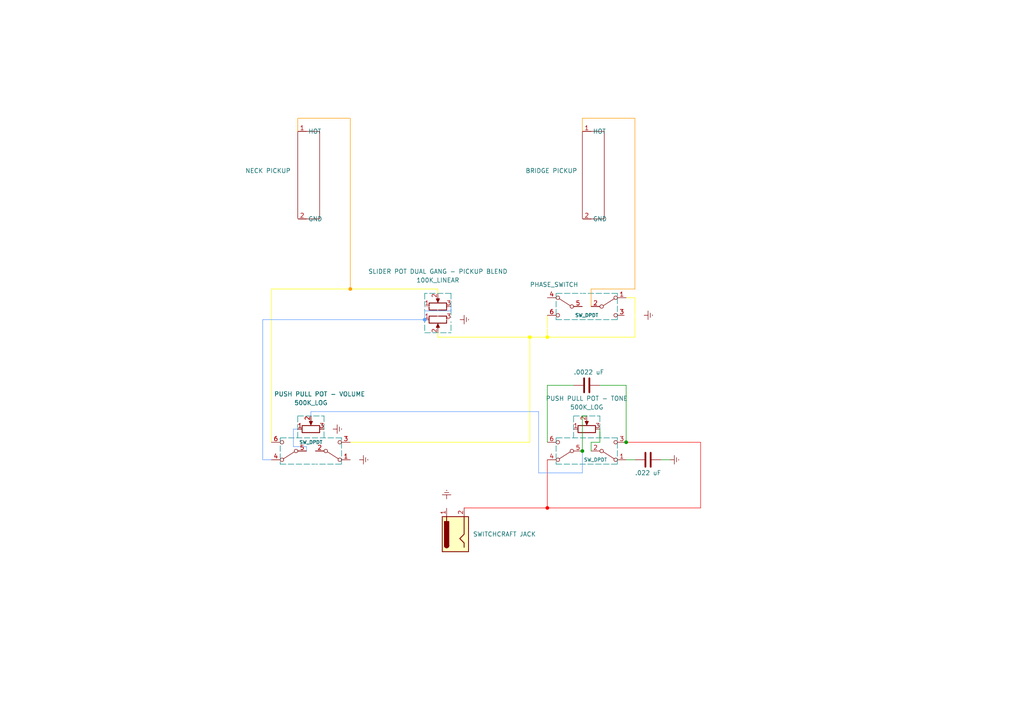
<source format=kicad_sch>
(kicad_sch (version 20211123) (generator eeschema)
  (paper "A4")
  (title_block (title "Avera G-60 Wiring Diagram") (date "2024-01-17") (company "Orion Miller"))
  (lib_symbols
    (symbol "Connector:Jack-DC" (pin_names (offset 1.016))
      (property "Reference" "J" (at 0 5.334 0))
      (property "Value" "Jack-DC" (at 0 -5.08 0))
      (symbol "Jack-DC_0_1"
        (rectangle (start -5.08 3.81) (end 5.08 -3.81) (stroke (width 0.254)) (fill (type background)))
        (arc (start -3.302 3.175) (mid -3.937 2.54) (end -3.302 1.905) (stroke (width 0.254)))
        (arc (start -3.302 3.175) (mid -3.937 2.54) (end -3.302 1.905) (stroke (width 0.254)) (fill (type outline)))
        (polyline (pts (xy 5.08 2.54) (xy 3.81 2.54)) (stroke (width 0.254)))
        (polyline (pts (xy -3.81 -2.54) (xy -2.54 -2.54) (xy -1.27 -1.27) (xy 0 -2.54) (xy 2.54 -2.54) (xy 5.08 -2.54)) (stroke (width 0.254)))
        (rectangle (start 3.683 3.175) (end -3.302 1.905) (stroke (width 0.254)) (fill (type outline)))
      )
      (symbol "Jack-DC_1_1"
        (pin passive line (at 7.62 2.54 180) (length 2.54) (name "~") (number "1"))
        (pin passive line (at 7.62 -2.54 180) (length 2.54) (name "~") (number "2"))
      )
    )
    (symbol "Device:C" (pin_numbers hide) (pin_names (offset 0.254))
      (property "Reference" "C" (at 0.635 2.54 0))
      (property "Value" "C" (at 0.635 -2.54 0))
      (symbol "C_0_1"
        (polyline (pts (xy -2.032 -0.762) (xy 2.032 -0.762)) (stroke (width 0.508)))
        (polyline (pts (xy -2.032 0.762) (xy 2.032 0.762)) (stroke (width 0.508)))
      )
      (symbol "C_1_1"
        (pin passive line (at 0 3.81 270) (length 2.794) (name "~") (number "1"))
        (pin passive line (at 0 -3.81 90) (length 2.794) (name "~") (number "2"))
      )
    )
    (symbol "Device:R_Potentiometer" (pin_names (offset 1.016) hide)
      (property "Reference" "RV" (at -4.445 0 90))
      (property "Value" "R_Potentiometer" (at -2.54 0 90))
      (symbol "R_Potentiometer_0_1"
        (polyline (pts (xy 2.54 0) (xy 1.524 0)))
        (polyline (pts (xy 1.143 0) (xy 2.286 0.508) (xy 2.286 -0.508) (xy 1.143 0)) (fill (type outline)))
        (rectangle (start 1.016 2.54) (end -1.016 -2.54) (stroke (width 0.254)))
      )
      (symbol "R_Potentiometer_1_1"
        (pin passive line (at 0 3.81 270) (length 1.27) (name "1") (number "1"))
        (pin passive line (at 3.81 0 180) (length 1.27) (name "2") (number "2"))
        (pin passive line (at 0 -3.81 90) (length 1.27) (name "3") (number "3"))
      )
    )
    (symbol "Orion_Symbols:Guitar_Pickup"
      (property "Reference" "U" (at 0 0 0))
      (property "Value" "Guitar_Pickup" (at 0 0 0))
      (symbol "Guitar_Pickup_0_1"
        (rectangle (start 0 12.7) (end 6.35 -12.7))
      )
      (symbol "Guitar_Pickup_1_1"
        (pin passive line (at 0 12.7 0) (length 2.54) (name "HOT") (number "1"))
        (pin passive line (at 0 -12.7 0) (length 2.54) (name "GND") (number "2"))
      )
    )
    (symbol "Switch:SW_DPDT_x2" (pin_names (offset 0) hide)
      (property "Reference" "SW" (at 0 4.318 0))
      (property "Value" "SW_DPDT_x2" (at 0 -5.08 0))
      (symbol "SW_DPDT_x2_0_0"
        (circle (center -2.032 0) (radius 0.508))
        (circle (center 2.032 -2.54) (radius 0.508))
      )
      (symbol "SW_DPDT_x2_0_1"
        (polyline (pts (xy -1.524 0.254) (xy 1.651 2.286)))
        (circle (center 2.032 2.54) (radius 0.508))
      )
      (symbol "SW_DPDT_x2_1_1"
        (pin passive line (at 5.08 2.54 180) (length 2.54) (name "A") (number "1"))
        (pin passive line (at -5.08 0 0) (length 2.54) (name "B") (number "2"))
        (pin passive line (at 5.08 -2.54 180) (length 2.54) (name "C") (number "3"))
      )
      (symbol "SW_DPDT_x2_2_1"
        (pin passive line (at 5.08 2.54 180) (length 2.54) (name "A") (number "4"))
        (pin passive line (at -5.08 0 0) (length 2.54) (name "B") (number "5"))
        (pin passive line (at 5.08 -2.54 180) (length 2.54) (name "C") (number "6"))
      )
    )
    (symbol "power:Earth" (power) (pin_names (offset 0))
      (symbol "Earth_0_1"
        (polyline (pts (xy -0.635 -1.905) (xy 0.635 -1.905)))
        (polyline (pts (xy -0.127 -2.54) (xy 0.127 -2.54)))
        (polyline (pts (xy 0 -1.27) (xy 0 0)))
        (polyline (pts (xy 1.27 -1.27) (xy -1.27 -1.27)))
      )
      (symbol "Earth_1_1"
        (pin power_in line (at 0 0 270) (length 0) hide (name "Earth") (number "1"))
      )
    )
  )
  (junction (at 158.75 97.79) (color 255 255 0 1))
  (junction (at 181.61 91.44) (color 255 255 255 1))
  (junction (at 130.81 92.71) (color 255 255 255 1))
  (junction (at 168.91 130.81))
  (junction (at 123.19 92.71) (color 90 153 255 1))
  (junction (at 101.6 83.82) (color 255 153 0 1))
  (junction (at 181.61 128.27))
  (junction (at 158.75 147.32) (color 255 0 0 1))
  (junction (at 153.67 97.79) (color 255 255 0 1))
  (wire (pts (xy 181.61 91.44) (xy 181.61 95.25)) (stroke (width 0) (color 255 255 255 1)))
  (wire (pts (xy 101.6 133.35) (xy 104.14 133.35)) (stroke (width 0) (color 255 255 255 1)))
  (wire (pts (xy 173.99 124.46) (xy 173.99 128.27)))
  (wire (pts (xy 171.45 83.82) (xy 171.45 88.9)) (stroke (width 0) (color 255 153 0 1)))
  (polyline (pts (xy 179.07 127) (xy 161.29 127)) (stroke (width 0) (color 0 132 132 1)))
  (wire (pts (xy 101.6 34.29) (xy 101.6 83.82)) (stroke (width 0) (color 255 153 0 1)))
  (polyline (pts (xy 166.37 127) (xy 166.37 120.65)) (stroke (width 0) (color 0 132 132 1)))
  (wire (pts (xy 123.19 90.17) (xy 123.19 92.71)) (stroke (width 0) (color 90 153 255 1)))
  (polyline (pts (xy 93.98 120.65) (xy 93.98 127)) (stroke (width 0) (color 0 132 132 1)))
  (wire (pts (xy 90.17 120.65) (xy 90.17 119.38)) (stroke (width 0) (color 90 153 255 1)))
  (polyline (pts (xy 179.07 85.09) (xy 161.29 85.09)) (stroke (width 0) (color 0 132 132 1)))
  (wire (pts (xy 173.99 128.27) (xy 171.45 128.27)))
  (wire (pts (xy 168.91 120.65) (xy 170.18 120.65)))
  (wire (pts (xy 86.36 63.5) (xy 86.36 66.04)) (stroke (width 0) (color 255 255 255 1)))
  (polyline (pts (xy 81.28 127) (xy 81.28 134.62)) (stroke (width 0) (color 0 132 132 1)))
  (polyline (pts (xy 130.81 85.09) (xy 123.19 85.09)) (stroke (width 0) (color 0 132 132 1)))
  (wire (pts (xy 203.2 128.27) (xy 203.2 147.32)) (stroke (width 0) (color 255 0 0 1)))
  (polyline (pts (xy 161.29 92.71) (xy 179.07 92.71)) (stroke (width 0) (color 0 132 132 1)))
  (wire (pts (xy 127 88.9) (xy 127 92.71)) (stroke (width 0) (color 255 255 255 1)))
  (wire (pts (xy 88.9 130.81) (xy 88.9 129.54)) (stroke (width 0) (color 90 153 255 1)))
  (wire (pts (xy 76.2 133.35) (xy 78.74 133.35)) (stroke (width 0) (color 90 153 255 1)))
  (wire (pts (xy 85.09 129.54) (xy 85.09 124.46)) (stroke (width 0) (color 90 153 255 1)))
  (polyline (pts (xy 166.37 120.65) (xy 173.99 120.65)) (stroke (width 0) (color 0 132 132 1)))
  (polyline (pts (xy 161.29 134.62) (xy 179.07 134.62)) (stroke (width 0) (color 0 132 132 1)))
  (polyline (pts (xy 179.07 134.62) (xy 179.07 127)) (stroke (width 0) (color 0 132 132 1)))
  (wire (pts (xy 91.44 137.16) (xy 91.44 130.81)) (stroke (width 0) (color 255 255 255 1)))
  (wire (pts (xy 73.66 66.04) (xy 73.66 137.16)) (stroke (width 0) (color 255 255 255 1)))
  (polyline (pts (xy 179.07 92.71) (xy 179.07 85.09)) (stroke (width 0) (color 0 132 132 1)))
  (wire (pts (xy 86.36 38.1) (xy 86.36 34.29)) (stroke (width 0) (color 255 153 0 1)))
  (wire (pts (xy 158.75 128.27) (xy 158.75 111.76)))
  (wire (pts (xy 156.21 95.25) (xy 181.61 95.25)) (stroke (width 0) (color 255 255 255 1)))
  (wire (pts (xy 85.09 124.46) (xy 86.36 124.46)) (stroke (width 0) (color 90 153 255 1)))
  (wire (pts (xy 130.81 90.17) (xy 123.19 90.17)) (stroke (width 0) (color 90 153 255 1)))
  (wire (pts (xy 73.66 137.16) (xy 91.44 137.16)) (stroke (width 0) (color 255 255 255 1)))
  (wire (pts (xy 184.15 34.29) (xy 184.15 83.82)) (stroke (width 0) (color 255 153 0 1)))
  (wire (pts (xy 127 83.82) (xy 127 85.09)) (stroke (width 0) (color 255 255 0 1)))
  (wire (pts (xy 156.21 137.16) (xy 168.91 137.16)) (stroke (width 0) (color 90 153 255 1)))
  (wire (pts (xy 130.81 92.71) (xy 133.35 92.71)) (stroke (width 0) (color 255 255 255 1)))
  (wire (pts (xy 173.99 111.76) (xy 181.61 111.76)))
  (polyline (pts (xy 99.06 127) (xy 81.28 127)) (stroke (width 0) (color 0 132 132 1)))
  (polyline (pts (xy 161.29 127) (xy 161.29 134.62)) (stroke (width 0) (color 0 132 132 1)))
  (polyline (pts (xy 123.19 96.52) (xy 130.81 96.52)) (stroke (width 0) (color 0 132 132 1)))
  (wire (pts (xy 191.77 133.35) (xy 194.31 133.35)))
  (wire (pts (xy 93.98 124.46) (xy 96.52 124.46)) (stroke (width 0) (color 255 255 255 1)))
  (wire (pts (xy 184.15 83.82) (xy 171.45 83.82)) (stroke (width 0) (color 255 153 0 1)))
  (polyline (pts (xy 161.29 85.09) (xy 161.29 92.71)) (stroke (width 0) (color 0 132 132 1)))
  (wire (pts (xy 90.17 119.38) (xy 156.21 119.38)) (stroke (width 0) (color 90 153 255 1)))
  (wire (pts (xy 134.62 147.32) (xy 158.75 147.32)) (stroke (width 0) (color 255 0 0 1)))
  (wire (pts (xy 181.61 111.76) (xy 181.61 128.27)))
  (wire (pts (xy 130.81 88.9) (xy 130.81 90.17)) (stroke (width 0) (color 90 153 255 1)))
  (wire (pts (xy 78.74 83.82) (xy 101.6 83.82)) (stroke (width 0) (color 255 255 0 1)))
  (wire (pts (xy 181.61 91.44) (xy 186.69 91.44)) (stroke (width 0) (color 255 255 255 1)))
  (wire (pts (xy 181.61 128.27) (xy 203.2 128.27)) (stroke (width 0) (color 255 0 0 1)))
  (polyline (pts (xy 86.36 127) (xy 86.36 120.65)) (stroke (width 0) (color 0 132 132 1)))
  (wire (pts (xy 168.91 34.29) (xy 184.15 34.29)) (stroke (width 0) (color 255 153 0 1)))
  (wire (pts (xy 127 96.52) (xy 127 97.79)) (stroke (width 0) (color 255 255 0 1)))
  (polyline (pts (xy 86.36 120.65) (xy 93.98 120.65)) (stroke (width 0) (color 0 132 132 1)))
  (wire (pts (xy 158.75 147.32) (xy 203.2 147.32)) (stroke (width 0) (color 255 0 0 1)))
  (wire (pts (xy 156.21 119.38) (xy 156.21 137.16)) (stroke (width 0) (color 90 153 255 1)))
  (wire (pts (xy 168.91 34.29) (xy 168.91 38.1)) (stroke (width 0) (color 255 153 0 1)))
  (wire (pts (xy 153.67 97.79) (xy 158.75 97.79)) (stroke (width 0) (color 255 255 0 1)))
  (wire (pts (xy 86.36 34.29) (xy 101.6 34.29)) (stroke (width 0) (color 255 153 0 1)))
  (wire (pts (xy 158.75 133.35) (xy 158.75 147.32)) (stroke (width 0) (color 255 0 0 1)))
  (wire (pts (xy 76.2 92.71) (xy 123.19 92.71)) (stroke (width 0) (color 90 153 255 1)))
  (polyline (pts (xy 123.19 85.09) (xy 123.19 96.52)) (stroke (width 0) (color 0 132 132 1)))
  (wire (pts (xy 78.74 83.82) (xy 78.74 128.27)) (stroke (width 0) (color 255 255 0 1)))
  (wire (pts (xy 184.15 86.36) (xy 184.15 97.79)) (stroke (width 0) (color 255 255 0 1)))
  (polyline (pts (xy 99.06 134.62) (xy 99.06 127)) (stroke (width 0) (color 0 132 132 1)))
  (wire (pts (xy 156.21 86.36) (xy 156.21 95.25)) (stroke (width 0) (color 255 255 255 1)))
  (wire (pts (xy 76.2 92.71) (xy 76.2 133.35)) (stroke (width 0) (color 90 153 255 1)))
  (wire (pts (xy 168.91 137.16) (xy 168.91 130.81)) (stroke (width 0) (color 90 153 255 1)))
  (polyline (pts (xy 130.81 85.09) (xy 130.81 96.52)) (stroke (width 0) (color 0 132 132 1)))
  (wire (pts (xy 168.91 63.5) (xy 168.91 88.9)) (stroke (width 0) (color 255 255 255 1)))
  (wire (pts (xy 88.9 129.54) (xy 85.09 129.54)) (stroke (width 0) (color 90 153 255 1)))
  (wire (pts (xy 158.75 91.44) (xy 158.75 97.79)) (stroke (width 0) (color 255 255 0 1)))
  (polyline (pts (xy 81.28 134.62) (xy 99.06 134.62)) (stroke (width 0) (color 0 132 132 1)))
  (wire (pts (xy 168.91 130.81) (xy 168.91 120.65)))
  (wire (pts (xy 158.75 111.76) (xy 166.37 111.76)))
  (wire (pts (xy 153.67 97.79) (xy 153.67 128.27)) (stroke (width 0) (color 255 255 0 1)))
  (wire (pts (xy 86.36 66.04) (xy 73.66 66.04)) (stroke (width 0) (color 255 255 255 1)))
  (wire (pts (xy 129.54 144.78) (xy 129.54 147.32)) (stroke (width 0) (color 255 255 255 1)))
  (wire (pts (xy 158.75 86.36) (xy 156.21 86.36)) (stroke (width 0) (color 255 255 255 1)))
  (wire (pts (xy 127 92.71) (xy 130.81 92.71)) (stroke (width 0) (color 255 255 255 1)))
  (wire (pts (xy 181.61 86.36) (xy 184.15 86.36)) (stroke (width 0) (color 255 255 0 1)))
  (wire (pts (xy 153.67 128.27) (xy 101.6 128.27)) (stroke (width 0) (color 255 255 0 1)))
  (wire (pts (xy 181.61 133.35) (xy 184.15 133.35)))
  (polyline (pts (xy 173.99 120.65) (xy 173.99 127)) (stroke (width 0) (color 0 132 132 1)))
  (wire (pts (xy 123.19 88.9) (xy 127 88.9)) (stroke (width 0) (color 255 255 255 1)))
  (wire (pts (xy 101.6 83.82) (xy 127 83.82)) (stroke (width 0) (color 255 255 0 1)))
  (wire (pts (xy 158.75 97.79) (xy 184.15 97.79)) (stroke (width 0) (color 255 255 0 1)))
  (wire (pts (xy 127 97.79) (xy 153.67 97.79)) (stroke (width 0) (color 255 255 0 1)))
  (wire (pts (xy 171.45 128.27) (xy 171.45 130.81)))
  (symbol (lib_id "Switch:SW_DPDT_x2") (at 176.53 88.9 0) (unit 1)
    (property "Reference" "SW?" (effects hide))
    (property "Value" "SW_DPDT" (at 170.18 91.44 0) (effects (font (size 1 1))))
  )
  (symbol (lib_id "Connector:Jack-DC") (at 132.08 154.94 90) (unit 1)
    (property "Reference" "J?" (effects hide))
    (property "Value" "SWITCHCRAFT JACK" (at 137.16 154.9399 90) (effects (justify right)))
  )
  (symbol (lib_id "power:Earth") (at 96.52 124.46 90) (unit 1)
    (property "Reference" "#PWR?" (effects hide))
    (property "Value" "Earth" (effects hide))
  )
  (symbol (lib_id "Switch:SW_DPDT_x2") (at 176.53 130.81 0) (mirror x) (unit 1)
    (property "Reference" "SW?" (effects hide))
    (property "Value" "SW_DPDT" (at 172.72 133.35 0) (effects (font (size 1 1))))
  )
  (symbol (lib_id "power:Earth") (at 129.54 144.78 0) (mirror x) (unit 1)
    (property "Reference" "#PWR?" (effects hide))
    (property "Value" "Earth" (effects hide))
  )
  (symbol (lib_id "Orion_Symbols:Guitar_Pickup") (at 168.91 50.8 0) (unit 1)
    (property "Reference" "PHASE_SWITCH" (at 153.67 82.55 0) (effects (justify left)))
    (property "Value" "BRIDGE PICKUP" (at 152.4 49.53 0) (effects (justify left)))
  )
  (symbol (lib_id "Device:C") (at 187.96 133.35 270) (unit 1)
    (property "Reference" "C?" (effects hide))
    (property "Value" ".022 uF" (at 187.96 137.16 90))
  )
  (symbol (lib_id "Orion_Symbols:Guitar_Pickup") (at 86.36 50.8 0) (unit 1)
    (property "Reference" "U?" (effects hide))
    (property "Value" "NECK PICKUP" (at 71.12 49.53 0) (effects (justify left)))
  )
  (symbol (lib_id "Switch:SW_DPDT_x2") (at 96.52 130.81 0) (mirror x) (unit 1)
    (property "Reference" "SW?" (effects hide))
    (property "Value" "SW_DPDT" (at 90.17 128.27 0) (effects (font (size 1 1))))
  )
  (symbol (lib_id "power:Earth") (at 104.14 133.35 90) (mirror x) (unit 1)
    (property "Reference" "#PWR?" (effects hide))
    (property "Value" "Earth" (effects hide))
  )
  (symbol (lib_id "Device:R_Potentiometer") (at 127 88.9 90) (unit 1)
    (property "Reference" "100K_LINEAR" (at 127 81.28 90))
    (property "Value" "SLIDER POT DUAL GANG - PICKUP BLEND" (at 127 78.74 90))
  )
  (symbol (lib_id "power:Earth") (at 186.69 91.44 90) (unit 1)
    (property "Reference" "#PWR?" (effects hide))
    (property "Value" "Earth" (effects hide))
  )
  (symbol (lib_id "Switch:SW_DPDT_x2") (at 83.82 130.81 180) (unit 2)
    (property "Reference" "SW?" (effects hide))
    (property "Value" "SW_DPDT_x2" (effects hide))
  )
  (symbol (lib_id "Switch:SW_DPDT_x2") (at 163.83 88.9 0) (mirror y) (unit 2)
    (property "Reference" "SW?" (effects hide))
    (property "Value" "SW_DPDT_x2" (effects hide))
  )
  (symbol (lib_id "Switch:SW_DPDT_x2") (at 163.83 130.81 180) (unit 2)
    (property "Reference" "SW?" (effects hide))
    (property "Value" "SW_DPDT_x2" (effects hide))
  )
  (symbol (lib_id "power:Earth") (at 133.35 92.71 90) (unit 1)
    (property "Reference" "#PWR?" (effects hide))
    (property "Value" "Earth" (effects hide))
  )
  (symbol (lib_id "power:Earth") (at 194.31 133.35 90) (unit 1)
    (property "Reference" "#PWR?" (effects hide))
    (property "Value" "Earth" (effects hide))
  )
  (symbol (lib_id "Device:R_Potentiometer") (at 170.18 124.46 90) (unit 1)
    (property "Reference" "500K_LOG" (at 170.18 118.11 90))
    (property "Value" "PUSH PULL POT - TONE" (at 170.18 115.57 90))
  )
  (symbol (lib_id "Device:C") (at 170.18 111.76 270) (unit 1)
    (property "Reference" "C0.0022" (effects hide))
    (property "Value" ".0022 uF" (at 166.37 107.95 90) (effects (justify left)))
  )
  (symbol (lib_id "Device:R_Potentiometer") (at 127 92.71 90) (mirror x) (unit 1)
    (property "Reference" "RV?" (effects hide))
    (property "Value" "PICKUP BLEND" (effects hide))
  )
  (symbol (lib_id "Device:R_Potentiometer") (at 90.17 124.46 90) (unit 1)
    (property "Reference" "500K_LOG" (at 90.17 116.84 90))
    (property "Value" "PUSH PULL POT - VOLUME" (at 92.71 114.3 90))
  )
)
</source>
